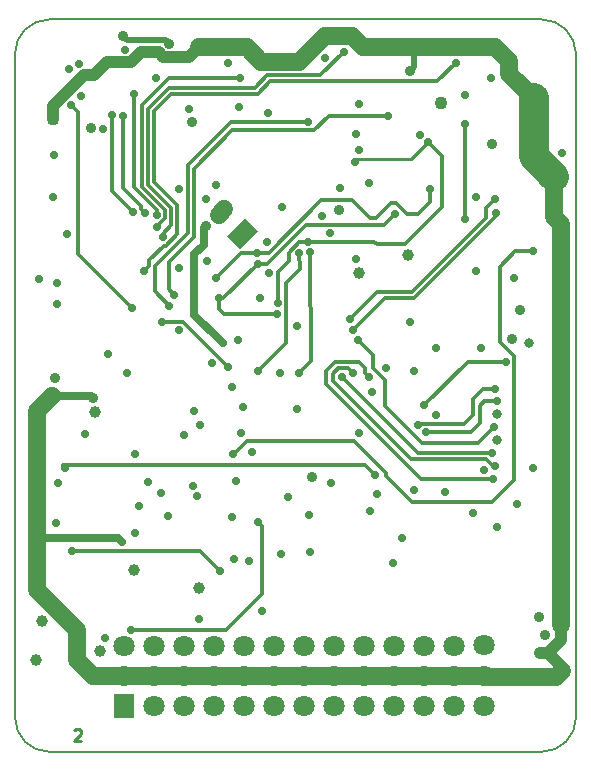
<source format=gbr>
G04 (created by PCBNEW (2013-may-18)-stable) date Čt 25. září 2014, 17:16:29 CEST*
%MOIN*%
G04 Gerber Fmt 3.4, Leading zero omitted, Abs format*
%FSLAX34Y34*%
G01*
G70*
G90*
G04 APERTURE LIST*
%ADD10C,0.00590551*%
%ADD11C,0.00984252*%
%ADD12C,0.06*%
%ADD13C,0.0708661*%
%ADD14R,0.0708661X0.0787*%
%ADD15C,0.0275591*%
%ADD16C,0.0393701*%
%ADD17C,0.0354331*%
%ADD18C,0.0314961*%
%ADD19C,0.0433071*%
%ADD20C,0.019685*%
%ADD21C,0.0275591*%
%ADD22C,0.0590551*%
%ADD23C,0.0984252*%
%ADD24C,0.0393701*%
%ADD25C,0.011811*%
G04 APERTURE END LIST*
G54D10*
G54D11*
X1785Y523D02*
X1803Y542D01*
X1841Y561D01*
X1935Y561D01*
X1972Y542D01*
X1991Y523D01*
X2010Y486D01*
X2010Y448D01*
X1991Y392D01*
X1766Y167D01*
X2010Y167D01*
G54D10*
X-196Y944D02*
G75*
G03X944Y-196I1141J0D01*
G74*
G01*
X944Y24212D02*
X17362Y24212D01*
X-196Y944D02*
X-196Y23070D01*
X17362Y-196D02*
X944Y-196D01*
X18503Y23070D02*
X18503Y944D01*
X17362Y-196D02*
G75*
G03X18503Y944I0J1141D01*
G74*
G01*
X944Y24212D02*
G75*
G03X-196Y23070I0J-1141D01*
G74*
G01*
X18503Y23070D02*
G75*
G03X17362Y24212I-1141J0D01*
G74*
G01*
G36*
X7911Y17177D02*
X7298Y16565D01*
X6874Y16989D01*
X7486Y17601D01*
X7911Y17177D01*
X7911Y17177D01*
G37*
G54D12*
X6591Y17696D02*
X6779Y17884D01*
G54D13*
X15433Y3346D03*
X15433Y2342D03*
X15433Y1338D03*
G54D14*
X3425Y1340D03*
G54D13*
X3425Y2340D03*
X4425Y1340D03*
X4425Y2340D03*
X5425Y1340D03*
X5425Y2340D03*
X6425Y1340D03*
X6425Y2340D03*
X7425Y1340D03*
X7425Y2340D03*
X8425Y1340D03*
X8425Y2340D03*
X9425Y1340D03*
X9425Y2340D03*
X10425Y1340D03*
X10425Y2340D03*
X11425Y1340D03*
X11425Y2340D03*
X12425Y1340D03*
X12425Y2340D03*
X3425Y3340D03*
X4425Y3340D03*
X5425Y3340D03*
X6425Y3340D03*
X7425Y3340D03*
X8425Y3340D03*
X9425Y3340D03*
X10425Y3340D03*
X11425Y3340D03*
X12425Y3340D03*
X13425Y1340D03*
X13425Y2340D03*
X13425Y3340D03*
X14425Y1340D03*
X14429Y2342D03*
X14425Y3340D03*
G54D15*
X2799Y3594D03*
X15177Y15818D03*
X11287Y19858D03*
X11169Y16244D03*
X8271Y15763D03*
X10027Y17661D03*
X8232Y21102D03*
G54D16*
X2484Y11137D03*
X720Y4165D03*
G54D17*
X5700Y20791D03*
X4948Y23409D03*
X3409Y23661D03*
G54D15*
X6732Y13425D03*
G54D17*
X6165Y17338D03*
G54D15*
X2744Y20559D03*
X11279Y21409D03*
X6177Y18224D03*
X1921Y22724D03*
X12177Y12610D03*
G54D18*
X15870Y10185D03*
G54D15*
X14122Y8452D03*
X15070Y7775D03*
X5433Y10354D03*
X5748Y8657D03*
X7590Y6169D03*
X12409Y6106D03*
X5881Y8334D03*
X15157Y18287D03*
G54D17*
X17299Y3090D03*
G54D15*
X3377Y6783D03*
G54D19*
X1062Y20905D03*
G54D17*
X12956Y22507D03*
X2389Y11610D03*
X5921Y23279D03*
X9283Y22803D03*
X13669Y23295D03*
G54D15*
X3791Y7110D03*
X4232Y8787D03*
X15830Y17763D03*
X11062Y13870D03*
X15799Y18228D03*
X10976Y14232D03*
X9559Y20807D03*
X4940Y14677D03*
X5114Y15035D03*
X12232Y21011D03*
X4720Y14133D03*
X6909Y12625D03*
X7027Y11956D03*
X17070Y16480D03*
X7066Y9712D03*
X10649Y18602D03*
X5944Y4228D03*
G54D17*
X17480Y3704D03*
G54D15*
X4893Y7645D03*
X8023Y4492D03*
G54D17*
X15692Y20047D03*
G54D15*
X11157Y20381D03*
X11602Y18767D03*
G54D16*
X11287Y15748D03*
G54D15*
X8704Y17948D03*
X7267Y21303D03*
X10141Y22929D03*
X6901Y22751D03*
X4519Y22251D03*
G54D17*
X10594Y17862D03*
G54D19*
X14015Y21437D03*
G54D16*
X12901Y16377D03*
G54D15*
X7244Y13543D03*
X17059Y9267D03*
G54D17*
X1141Y12263D03*
X2342Y20598D03*
G54D15*
X6519Y18704D03*
X1551Y17055D03*
X1192Y15429D03*
X5287Y18547D03*
X5259Y15929D03*
X6192Y16161D03*
X3539Y12437D03*
X5271Y13858D03*
X2893Y13078D03*
X6377Y12755D03*
X1602Y22547D03*
X5767Y11169D03*
X18043Y19771D03*
X16421Y15590D03*
X12972Y14137D03*
G54D17*
X16366Y13559D03*
G54D15*
X16531Y8078D03*
X15354Y13248D03*
X13854Y13259D03*
X15452Y9200D03*
G54D18*
X15870Y11051D03*
G54D15*
X8897Y8307D03*
X9200Y11240D03*
X2125Y10381D03*
X3937Y7992D03*
X3818Y9724D03*
G54D16*
X3779Y5866D03*
X2637Y3149D03*
G54D15*
X11259Y10433D03*
X13098Y12496D03*
X7047Y7637D03*
G54D17*
X9708Y8960D03*
G54D15*
X9614Y7681D03*
X10354Y8771D03*
X4657Y8444D03*
X7165Y8818D03*
X5984Y10708D03*
X12712Y6940D03*
X7106Y6212D03*
X14496Y22767D03*
X4102Y15822D03*
X10759Y23133D03*
X4728Y16964D03*
X7299Y22263D03*
X4551Y17283D03*
X3755Y21720D03*
X4535Y17708D03*
X8208Y16795D03*
X9637Y16464D03*
X9267Y12433D03*
X10314Y17094D03*
X9287Y16444D03*
X7905Y12496D03*
X14799Y20744D03*
X14811Y17574D03*
X11692Y11811D03*
X8657Y6397D03*
X7330Y10421D03*
X7708Y9811D03*
X5598Y21244D03*
G54D17*
X16629Y14515D03*
X17267Y4307D03*
G54D16*
X5925Y5275D03*
X492Y2862D03*
G54D15*
X1240Y8751D03*
X1181Y7440D03*
X610Y15578D03*
X1118Y19696D03*
G54D18*
X16952Y13440D03*
G54D15*
X13846Y11027D03*
X14818Y21708D03*
X15677Y22267D03*
X11641Y7834D03*
X1192Y14744D03*
X1059Y18279D03*
X15866Y7307D03*
X2003Y21657D03*
X7397Y11303D03*
X9641Y6448D03*
X8645Y12444D03*
X3692Y14610D03*
X1677Y21358D03*
X3476Y23196D03*
X3023Y21035D03*
X3732Y17787D03*
X3401Y21007D03*
X4137Y17748D03*
X3661Y3850D03*
X7897Y7476D03*
X15759Y10618D03*
X11228Y13535D03*
X15712Y9755D03*
X10700Y12283D03*
X15870Y11480D03*
X13511Y10456D03*
X15818Y11885D03*
X13224Y10696D03*
X15748Y8881D03*
X11610Y12291D03*
X15818Y9326D03*
X11074Y12433D03*
X1700Y6503D03*
X6645Y5838D03*
X11149Y19476D03*
X9586Y16803D03*
X13566Y20141D03*
X8555Y14755D03*
X13303Y20366D03*
X12476Y17724D03*
X7893Y16074D03*
X6598Y14925D03*
X8539Y14385D03*
X13649Y18562D03*
X7858Y16437D03*
X6496Y15586D03*
X7964Y14940D03*
X9196Y13980D03*
X16173Y12795D03*
X13452Y11354D03*
X1476Y9263D03*
X11811Y9015D03*
X11877Y8405D03*
X13110Y8539D03*
G54D20*
X4830Y23527D02*
X4948Y23409D01*
X3543Y23527D02*
X4830Y23527D01*
X3409Y23661D02*
X3543Y23527D01*
G54D21*
X6604Y13553D02*
X6732Y13425D01*
X5787Y14370D02*
X6604Y13553D01*
X6604Y13553D02*
X6610Y13547D01*
X5787Y16381D02*
X5787Y14370D01*
X6102Y16696D02*
X5787Y16381D01*
X6102Y17275D02*
X6102Y16696D01*
X6165Y17338D02*
X6102Y17275D01*
G54D22*
X17779Y18106D02*
X17779Y17622D01*
G54D23*
X17779Y18976D02*
X17110Y19645D01*
X17110Y19645D02*
X17110Y21586D01*
G54D22*
X17110Y21586D02*
X16287Y22409D01*
X16287Y22409D02*
X16287Y22826D01*
X16287Y22826D02*
X15818Y23295D01*
X13669Y23295D02*
X15818Y23295D01*
X17779Y18976D02*
X17779Y18106D01*
G54D24*
X18011Y3535D02*
X17566Y3090D01*
X18011Y4035D02*
X18011Y3535D01*
X18007Y4039D02*
X18011Y4035D01*
G54D22*
X18007Y17393D02*
X18007Y4039D01*
X17779Y17622D02*
X18007Y17393D01*
G54D24*
X17299Y3090D02*
X17566Y3090D01*
X18043Y2614D02*
X18043Y2500D01*
X17566Y3090D02*
X18043Y2614D01*
G54D22*
X15488Y2287D02*
X17271Y2287D01*
X15433Y2342D02*
X15488Y2287D01*
X17830Y2287D02*
X17271Y2287D01*
X18043Y2500D02*
X18043Y2500D01*
X18043Y2500D02*
X17830Y2287D01*
G54D21*
X3240Y6921D02*
X531Y6921D01*
X3377Y6783D02*
X3240Y6921D01*
G54D24*
X1062Y20905D02*
X1062Y21314D01*
X5606Y22964D02*
X5921Y23279D01*
X4751Y22964D02*
X5606Y22964D01*
X4594Y23122D02*
X4751Y22964D01*
X3988Y23122D02*
X4594Y23122D01*
X3661Y22795D02*
X3988Y23122D01*
X2870Y22795D02*
X3661Y22795D01*
X2429Y22354D02*
X2870Y22795D01*
X2102Y22354D02*
X2429Y22354D01*
X1062Y21314D02*
X2102Y22354D01*
G54D20*
X13090Y22641D02*
X13090Y23295D01*
X12956Y22507D02*
X13090Y22641D01*
G54D22*
X3425Y2340D02*
X2407Y2340D01*
G54D21*
X2322Y11677D02*
X2389Y11610D01*
X1051Y11677D02*
X2322Y11677D01*
G54D22*
X531Y11157D02*
X1051Y11677D01*
X531Y5208D02*
X531Y6921D01*
X531Y6921D02*
X531Y11157D01*
X1874Y3866D02*
X531Y5208D01*
X1874Y2874D02*
X1874Y3866D01*
X2407Y2340D02*
X1874Y2874D01*
X15433Y2342D02*
X14429Y2342D01*
X14429Y2342D02*
X14427Y2340D01*
X14427Y2340D02*
X12425Y2340D01*
X7531Y23279D02*
X5921Y23279D01*
X9283Y22803D02*
X8007Y22803D01*
X8007Y22803D02*
X7531Y23279D01*
X13669Y23295D02*
X13090Y23295D01*
X13090Y23295D02*
X11413Y23295D01*
X10141Y23661D02*
X9283Y22803D01*
X11047Y23661D02*
X10141Y23661D01*
X11413Y23295D02*
X11047Y23661D01*
X3425Y2340D02*
X4425Y2340D01*
X4425Y2340D02*
X5425Y2340D01*
X5425Y2340D02*
X6425Y2340D01*
X6425Y2340D02*
X7425Y2340D01*
X7425Y2340D02*
X8425Y2340D01*
X8425Y2340D02*
X9425Y2340D01*
X9425Y2340D02*
X10425Y2340D01*
X10425Y2340D02*
X11425Y2340D01*
X11425Y2340D02*
X12425Y2340D01*
G54D25*
X15830Y17661D02*
X15830Y17763D01*
X13110Y14940D02*
X15830Y17661D01*
X12133Y14940D02*
X13110Y14940D01*
X11062Y13870D02*
X12133Y14940D01*
X15492Y17921D02*
X15799Y18228D01*
X15492Y17595D02*
X15492Y17921D01*
X13030Y15133D02*
X15492Y17595D01*
X11877Y15133D02*
X13030Y15133D01*
X10976Y14232D02*
X11877Y15133D01*
X7011Y20807D02*
X9559Y20807D01*
X5562Y19358D02*
X7011Y20807D01*
X5562Y17102D02*
X5562Y19358D01*
X4468Y16007D02*
X5562Y17102D01*
X4468Y15149D02*
X4468Y16007D01*
X4940Y14677D02*
X4468Y15149D01*
X5114Y15035D02*
X4937Y15212D01*
X4937Y15212D02*
X4937Y16141D01*
X4937Y16141D02*
X5755Y16960D01*
X5755Y16960D02*
X5755Y19236D01*
X5755Y19236D02*
X7039Y20519D01*
X7039Y20519D02*
X9775Y20519D01*
X9775Y20519D02*
X10267Y21011D01*
X10267Y21011D02*
X12232Y21011D01*
X5401Y14133D02*
X4720Y14133D01*
X6909Y12625D02*
X5401Y14133D01*
X15960Y14606D02*
X15960Y15956D01*
X16484Y16480D02*
X17070Y16480D01*
X15960Y15956D02*
X16484Y16480D01*
X7090Y9712D02*
X7066Y9712D01*
X7551Y10173D02*
X7090Y9712D01*
X11090Y10173D02*
X7551Y10173D01*
X12177Y9086D02*
X11090Y10173D01*
X12177Y8988D02*
X12177Y9086D01*
X13031Y8133D02*
X12177Y8988D01*
X15712Y8133D02*
X13031Y8133D01*
X16448Y8870D02*
X15712Y8133D01*
X16448Y12988D02*
X16448Y8870D01*
X15960Y13476D02*
X16448Y12988D01*
X15960Y14657D02*
X15960Y14606D01*
X15960Y14606D02*
X15960Y13476D01*
X13881Y22153D02*
X14496Y22767D01*
X8303Y22153D02*
X13881Y22153D01*
X7893Y21744D02*
X8303Y22153D01*
X5020Y21744D02*
X7893Y21744D01*
X4440Y21164D02*
X5020Y21744D01*
X4440Y18795D02*
X4440Y21164D01*
X5208Y18027D02*
X4440Y18795D01*
X5208Y17047D02*
X5208Y18027D01*
X4838Y16677D02*
X5208Y17047D01*
X4755Y16677D02*
X4838Y16677D01*
X4259Y16181D02*
X4755Y16677D01*
X4259Y15980D02*
X4259Y16181D01*
X4102Y15822D02*
X4259Y15980D01*
X9972Y22346D02*
X10759Y23133D01*
X8220Y22346D02*
X9972Y22346D01*
X7811Y21937D02*
X8220Y22346D01*
X4940Y21937D02*
X7811Y21937D01*
X4248Y21244D02*
X4940Y21937D01*
X4248Y18691D02*
X4248Y21244D01*
X5015Y17923D02*
X4248Y18691D01*
X5015Y17346D02*
X5015Y17923D01*
X4728Y17059D02*
X5015Y17346D01*
X4728Y16964D02*
X4728Y17059D01*
X4940Y22263D02*
X7299Y22263D01*
X4051Y21374D02*
X4940Y22263D01*
X4051Y18615D02*
X4051Y21374D01*
X4818Y17847D02*
X4051Y18615D01*
X4818Y17590D02*
X4818Y17847D01*
X4551Y17322D02*
X4818Y17590D01*
X4551Y17283D02*
X4551Y17322D01*
X4535Y17708D02*
X4535Y17858D01*
X3755Y18637D02*
X3755Y21720D01*
X4535Y17858D02*
X3755Y18637D01*
X9665Y12830D02*
X9637Y16464D01*
X9267Y12433D02*
X9665Y12830D01*
X9311Y15885D02*
X9287Y16444D01*
X8842Y15417D02*
X9311Y15885D01*
X8842Y13433D02*
X8842Y15417D01*
X7905Y12496D02*
X8842Y13433D01*
X14799Y17586D02*
X14799Y20744D01*
X14811Y17574D02*
X14799Y17586D01*
X3692Y14610D02*
X1909Y16393D01*
X1909Y16393D02*
X1909Y21125D01*
X1909Y21125D02*
X1677Y21358D01*
X3023Y18496D02*
X3023Y21035D01*
X3732Y17787D02*
X3023Y18496D01*
X3401Y18590D02*
X3401Y21007D01*
X3996Y17996D02*
X3401Y18590D01*
X3996Y17889D02*
X3996Y17996D01*
X4137Y17748D02*
X3996Y17889D01*
X6838Y3850D02*
X3661Y3850D01*
X8039Y5051D02*
X6838Y3850D01*
X8039Y7334D02*
X8039Y5051D01*
X7897Y7476D02*
X8039Y7334D01*
X15248Y10106D02*
X15759Y10618D01*
X13366Y10106D02*
X15248Y10106D01*
X12129Y11342D02*
X13366Y10106D01*
X12129Y12200D02*
X12129Y11342D01*
X11740Y12590D02*
X12129Y12200D01*
X11740Y13023D02*
X11740Y12590D01*
X11228Y13535D02*
X11740Y13023D01*
X13228Y9755D02*
X15712Y9755D01*
X10700Y12283D02*
X13228Y9755D01*
X15448Y11480D02*
X15870Y11480D01*
X15295Y11326D02*
X15448Y11480D01*
X15295Y10759D02*
X15295Y11326D01*
X14992Y10456D02*
X15295Y10759D01*
X13511Y10456D02*
X14992Y10456D01*
X15393Y11885D02*
X15818Y11885D01*
X15066Y11559D02*
X15393Y11885D01*
X15066Y11027D02*
X15066Y11559D01*
X14775Y10736D02*
X15066Y11027D01*
X13263Y10736D02*
X14775Y10736D01*
X13224Y10696D02*
X13263Y10736D01*
X13353Y8881D02*
X15748Y8881D01*
X10173Y12061D02*
X13353Y8881D01*
X10173Y12501D02*
X10173Y12061D01*
X10483Y12811D02*
X10173Y12501D01*
X11255Y12811D02*
X10483Y12811D01*
X11476Y12590D02*
X11255Y12811D01*
X11476Y12425D02*
X11476Y12590D01*
X11610Y12291D02*
X11476Y12425D01*
X15744Y9326D02*
X15818Y9326D01*
X15515Y9555D02*
X15744Y9326D01*
X12992Y9555D02*
X15515Y9555D01*
X10401Y12145D02*
X12992Y9555D01*
X10401Y12405D02*
X10401Y12145D01*
X10586Y12590D02*
X10401Y12405D01*
X10917Y12590D02*
X10586Y12590D01*
X11074Y12433D02*
X10917Y12590D01*
X5980Y6503D02*
X1700Y6503D01*
X6645Y5838D02*
X5980Y6503D01*
G54D11*
X13000Y19574D02*
X13566Y20141D01*
X11248Y19574D02*
X13000Y19574D01*
X11149Y19476D02*
X11248Y19574D01*
G54D25*
X9586Y16803D02*
X11779Y16803D01*
X14047Y19661D02*
X13566Y20141D01*
X14047Y17952D02*
X14047Y19661D01*
X12811Y16716D02*
X14047Y17952D01*
X11866Y16716D02*
X12811Y16716D01*
X11779Y16803D02*
X11866Y16716D01*
X8555Y14755D02*
X8555Y15799D01*
X9283Y16803D02*
X9586Y16803D01*
X8925Y16444D02*
X9283Y16803D01*
X8925Y16169D02*
X8925Y16444D01*
X8555Y15799D02*
X8925Y16169D01*
X12118Y17366D02*
X12476Y17724D01*
X9511Y17366D02*
X12118Y17366D01*
X8220Y16074D02*
X9511Y17366D01*
X7893Y16074D02*
X8220Y16074D01*
X6598Y14925D02*
X6744Y14925D01*
X6744Y14925D02*
X7893Y16074D01*
X6594Y14921D02*
X6598Y14925D01*
X6594Y14551D02*
X6594Y14921D01*
X6759Y14385D02*
X6594Y14551D01*
X8539Y14385D02*
X6759Y14385D01*
X7858Y16437D02*
X8263Y16437D01*
X13649Y18118D02*
X13649Y18562D01*
X13248Y17716D02*
X13649Y18118D01*
X12870Y17716D02*
X13248Y17716D01*
X12488Y18098D02*
X12870Y17716D01*
X12346Y18098D02*
X12488Y18098D01*
X11850Y17602D02*
X12346Y18098D01*
X11625Y17602D02*
X11850Y17602D01*
X11047Y18181D02*
X11625Y17602D01*
X10007Y18181D02*
X11047Y18181D01*
X8263Y16437D02*
X10007Y18181D01*
X6496Y15586D02*
X6496Y15590D01*
X7342Y16437D02*
X7858Y16437D01*
X6496Y15590D02*
X7342Y16437D01*
X14893Y12795D02*
X16173Y12795D01*
X13452Y11354D02*
X14893Y12795D01*
X1417Y9370D02*
X1476Y9263D01*
X11456Y9370D02*
X1417Y9370D01*
X11811Y9015D02*
X11456Y9370D01*
M02*

</source>
